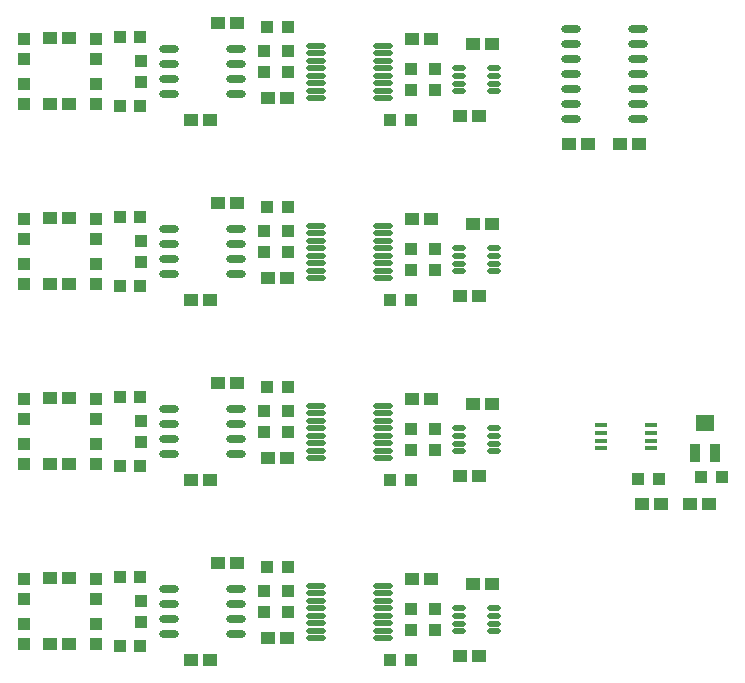
<source format=gbr>
%TF.GenerationSoftware,Altium Limited,Altium Designer,22.5.1 (42)*%
G04 Layer_Color=8421504*
%FSLAX45Y45*%
%MOMM*%
%TF.SameCoordinates,176CDB2E-7B72-45DB-8ACB-ACD3A9543041*%
%TF.FilePolarity,Positive*%
%TF.FileFunction,Paste,Top*%
%TF.Part,Single*%
G01*
G75*
%TA.AperFunction,SMDPad,CuDef*%
%ADD10O,1.65000X0.65000*%
%ADD11R,1.30000X1.10000*%
%ADD12R,1.04000X0.38000*%
%ADD13O,1.15000X0.50000*%
%ADD14O,1.65000X0.50000*%
%ADD15R,1.00000X1.05000*%
%ADD16R,1.05000X1.00000*%
%ADD17R,0.96520X1.60020*%
%ADD18R,1.49860X1.47320*%
D10*
X2678248Y590508D02*
D03*
Y717508D02*
D03*
Y844508D02*
D03*
Y971508D02*
D03*
X2113249Y590508D02*
D03*
Y717508D02*
D03*
Y844508D02*
D03*
Y971508D02*
D03*
X6082600Y4953000D02*
D03*
Y5080000D02*
D03*
Y5207000D02*
D03*
Y5334000D02*
D03*
Y5461000D02*
D03*
Y5588000D02*
D03*
Y5715000D02*
D03*
X5517600Y4953000D02*
D03*
Y5080000D02*
D03*
Y5207000D02*
D03*
Y5334000D02*
D03*
Y5461000D02*
D03*
Y5588000D02*
D03*
Y5715000D02*
D03*
X2678248Y3638508D02*
D03*
Y3765508D02*
D03*
Y3892508D02*
D03*
Y4019508D02*
D03*
X2113249Y3638508D02*
D03*
Y3765508D02*
D03*
Y3892508D02*
D03*
Y4019508D02*
D03*
Y5543508D02*
D03*
Y5416508D02*
D03*
Y5289508D02*
D03*
Y5162508D02*
D03*
X2678248Y5543508D02*
D03*
Y5416508D02*
D03*
Y5289508D02*
D03*
Y5162508D02*
D03*
Y2114508D02*
D03*
Y2241508D02*
D03*
Y2368508D02*
D03*
Y2495508D02*
D03*
X2113249Y2114508D02*
D03*
Y2241508D02*
D03*
Y2368508D02*
D03*
Y2495508D02*
D03*
D11*
X5504200Y4737100D02*
D03*
X5664200D02*
D03*
X6096000D02*
D03*
X5936000D02*
D03*
X6684000Y1689100D02*
D03*
X6524000D02*
D03*
X6117600D02*
D03*
X6277600D02*
D03*
X4170700Y4102100D02*
D03*
X4330700D02*
D03*
X3111500Y3606800D02*
D03*
X2951500D02*
D03*
X4851400Y4064000D02*
D03*
X4691400D02*
D03*
X4737100Y3454400D02*
D03*
X4577100D02*
D03*
X2692400Y4241800D02*
D03*
X2532400D02*
D03*
X2463800Y3416300D02*
D03*
X2303800D02*
D03*
X1269248Y3549608D02*
D03*
X1109248D02*
D03*
X1269248Y4108408D02*
D03*
X1109248D02*
D03*
X4170700Y1054100D02*
D03*
X4330700D02*
D03*
X3111500Y558800D02*
D03*
X2951500D02*
D03*
X4851400Y1016000D02*
D03*
X4691400D02*
D03*
X4737100Y406400D02*
D03*
X4577100D02*
D03*
X2692400Y1193800D02*
D03*
X2532400D02*
D03*
X2463800Y368300D02*
D03*
X2303800D02*
D03*
X1269248Y501608D02*
D03*
X1109248D02*
D03*
X1269248Y1060408D02*
D03*
X1109248D02*
D03*
X4170700Y5626100D02*
D03*
X4330700D02*
D03*
X3111500Y5130800D02*
D03*
X2951500D02*
D03*
X4851400Y5588000D02*
D03*
X4691400D02*
D03*
X4737100Y4978400D02*
D03*
X4577100D02*
D03*
X2692400Y5765800D02*
D03*
X2532400D02*
D03*
X2463800Y4940300D02*
D03*
X2303800D02*
D03*
X1269248Y5073608D02*
D03*
X1109248D02*
D03*
X1269248Y5632408D02*
D03*
X1109248D02*
D03*
Y2584408D02*
D03*
X1269248D02*
D03*
X1109248Y2025608D02*
D03*
X1269248D02*
D03*
X2303800Y1892300D02*
D03*
X2463800D02*
D03*
X2532400Y2717800D02*
D03*
X2692400D02*
D03*
X4577100Y1930400D02*
D03*
X4737100D02*
D03*
X4691400Y2540000D02*
D03*
X4851400D02*
D03*
X2951500Y2082800D02*
D03*
X3111500D02*
D03*
X4330700Y2578100D02*
D03*
X4170700D02*
D03*
D12*
X5769700Y2358100D02*
D03*
Y2293100D02*
D03*
Y2228100D02*
D03*
Y2163100D02*
D03*
X6193700Y2358100D02*
D03*
Y2293100D02*
D03*
Y2228100D02*
D03*
Y2163100D02*
D03*
D13*
X4573100Y3856700D02*
D03*
Y3791700D02*
D03*
Y3726700D02*
D03*
Y3661700D02*
D03*
X4868100Y3856700D02*
D03*
Y3791700D02*
D03*
Y3726700D02*
D03*
Y3661700D02*
D03*
X4573100Y808700D02*
D03*
Y743700D02*
D03*
Y678700D02*
D03*
Y613700D02*
D03*
X4868100Y808700D02*
D03*
Y743700D02*
D03*
Y678700D02*
D03*
Y613700D02*
D03*
X4573100Y5380700D02*
D03*
Y5315700D02*
D03*
Y5250700D02*
D03*
Y5185700D02*
D03*
X4868100Y5380700D02*
D03*
Y5315700D02*
D03*
Y5250700D02*
D03*
Y5185700D02*
D03*
Y2137700D02*
D03*
Y2202700D02*
D03*
Y2267700D02*
D03*
Y2332700D02*
D03*
X4573100Y2137700D02*
D03*
Y2202700D02*
D03*
Y2267700D02*
D03*
Y2332700D02*
D03*
D14*
X3358600Y4044950D02*
D03*
Y3981450D02*
D03*
Y3917950D02*
D03*
Y3854450D02*
D03*
Y3790950D02*
D03*
Y3727450D02*
D03*
Y3663950D02*
D03*
Y3600450D02*
D03*
X3923600Y4044950D02*
D03*
Y3981450D02*
D03*
Y3917950D02*
D03*
Y3854450D02*
D03*
Y3790950D02*
D03*
Y3727450D02*
D03*
Y3663950D02*
D03*
Y3600450D02*
D03*
X3358600Y996950D02*
D03*
Y933450D02*
D03*
Y869950D02*
D03*
Y806450D02*
D03*
Y742950D02*
D03*
Y679450D02*
D03*
Y615950D02*
D03*
Y552450D02*
D03*
X3923600Y996950D02*
D03*
Y933450D02*
D03*
Y869950D02*
D03*
Y806450D02*
D03*
Y742950D02*
D03*
Y679450D02*
D03*
Y615950D02*
D03*
Y552450D02*
D03*
X3358600Y5568950D02*
D03*
Y5505450D02*
D03*
Y5441950D02*
D03*
Y5378450D02*
D03*
Y5314950D02*
D03*
Y5251450D02*
D03*
Y5187950D02*
D03*
Y5124450D02*
D03*
X3923600Y5568950D02*
D03*
Y5505450D02*
D03*
Y5441950D02*
D03*
Y5378450D02*
D03*
Y5314950D02*
D03*
Y5251450D02*
D03*
Y5187950D02*
D03*
Y5124450D02*
D03*
Y2076450D02*
D03*
Y2139950D02*
D03*
Y2203450D02*
D03*
Y2266950D02*
D03*
Y2330450D02*
D03*
Y2393950D02*
D03*
Y2457450D02*
D03*
Y2520950D02*
D03*
X3358600Y2076450D02*
D03*
Y2139950D02*
D03*
Y2203450D02*
D03*
Y2266950D02*
D03*
Y2330450D02*
D03*
Y2393950D02*
D03*
Y2457450D02*
D03*
Y2520950D02*
D03*
D15*
X2917200Y3824100D02*
D03*
Y3999100D02*
D03*
X4161800Y3846700D02*
D03*
Y3671700D02*
D03*
X3120400Y3999100D02*
D03*
Y3824100D02*
D03*
X4365000Y3846700D02*
D03*
Y3671700D02*
D03*
X1875049Y3916508D02*
D03*
Y3741508D02*
D03*
X1494049Y3726008D02*
D03*
Y3551008D02*
D03*
X884449Y3726008D02*
D03*
Y3551008D02*
D03*
X1494049Y3932008D02*
D03*
Y4107008D02*
D03*
X884449Y3932008D02*
D03*
Y4107008D02*
D03*
X2917200Y776100D02*
D03*
Y951100D02*
D03*
X4161800Y798700D02*
D03*
Y623700D02*
D03*
X3120400Y951100D02*
D03*
Y776100D02*
D03*
X4365000Y798700D02*
D03*
Y623700D02*
D03*
X1875049Y868508D02*
D03*
Y693508D02*
D03*
X1494049Y678008D02*
D03*
Y503008D02*
D03*
X884449Y678008D02*
D03*
Y503008D02*
D03*
X1494049Y884008D02*
D03*
Y1059008D02*
D03*
X884449Y884008D02*
D03*
Y1059008D02*
D03*
X2917200Y5348100D02*
D03*
Y5523100D02*
D03*
X4161800Y5370700D02*
D03*
Y5195700D02*
D03*
X3120400Y5523100D02*
D03*
Y5348100D02*
D03*
X4365000Y5370700D02*
D03*
Y5195700D02*
D03*
X1875049Y5440508D02*
D03*
Y5265508D02*
D03*
X1494049Y5250008D02*
D03*
Y5075008D02*
D03*
X884449Y5250008D02*
D03*
Y5075008D02*
D03*
X1494049Y5456008D02*
D03*
Y5631008D02*
D03*
X884449Y5456008D02*
D03*
Y5631008D02*
D03*
Y2583008D02*
D03*
Y2408008D02*
D03*
X1494049Y2583008D02*
D03*
Y2408008D02*
D03*
X884449Y2027008D02*
D03*
Y2202008D02*
D03*
X1494049Y2027008D02*
D03*
Y2202008D02*
D03*
X1875049Y2217508D02*
D03*
Y2392508D02*
D03*
X4365000Y2147700D02*
D03*
Y2322700D02*
D03*
X3120400Y2300100D02*
D03*
Y2475100D02*
D03*
X4161800Y2147700D02*
D03*
Y2322700D02*
D03*
X2917200Y2475100D02*
D03*
Y2300100D02*
D03*
D16*
X4160400Y3416300D02*
D03*
X3985400D02*
D03*
X2944000Y4203700D02*
D03*
X3119000D02*
D03*
X1698649Y3536908D02*
D03*
X1873649D02*
D03*
X1698649Y4121108D02*
D03*
X1873649D02*
D03*
X3985400Y368300D02*
D03*
X4160400D02*
D03*
X6618100Y1917700D02*
D03*
X6793100D02*
D03*
X6259700Y1905000D02*
D03*
X6084700D02*
D03*
X3985400Y4940300D02*
D03*
X4160400D02*
D03*
X2944000Y1155700D02*
D03*
X3119000D02*
D03*
X1698649Y488908D02*
D03*
X1873649D02*
D03*
X1698649Y1073108D02*
D03*
X1873649D02*
D03*
X2944000Y5727700D02*
D03*
X3119000D02*
D03*
X1698649Y5060908D02*
D03*
X1873649D02*
D03*
X1698649Y5645108D02*
D03*
X1873649D02*
D03*
Y2597108D02*
D03*
X1698649D02*
D03*
X1873649Y2012908D02*
D03*
X1698649D02*
D03*
X3119000Y2679700D02*
D03*
X2944000D02*
D03*
X3985400Y1892300D02*
D03*
X4160400D02*
D03*
D17*
X6741795Y2122170D02*
D03*
X6567805D02*
D03*
D18*
X6654800Y2379980D02*
D03*
%TF.MD5,4aa7af8fe22980929fa728e916c75b69*%
M02*

</source>
